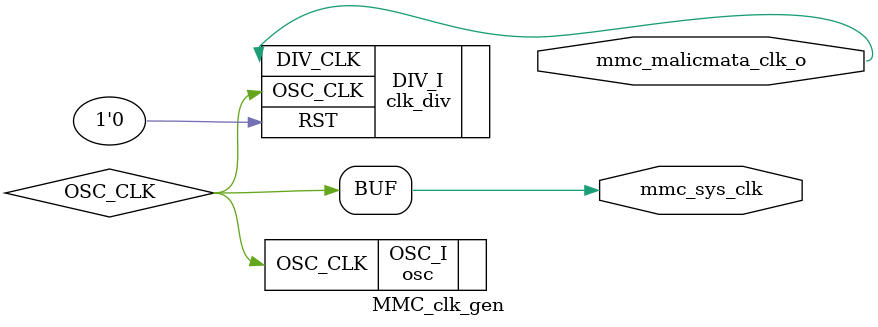
<source format=v>
module MMC_clk_gen(
	output wire mmc_malicmata_clk_o,
	output wire mmc_sys_clk
);
	wire OSC_CLK;
	
	
	osc OSC_I (.OSC_CLK(OSC_CLK));
	
	clk_div DIV_I(
		.OSC_CLK(OSC_CLK),
		.RST(1'b0),
		.DIV_CLK(mmc_malicmata_clk_o)
	);

	assign mmc_sys_clk = OSC_CLK;

endmodule
</source>
